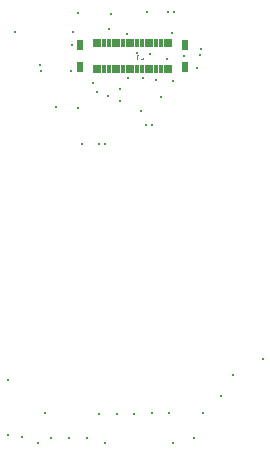
<source format=gbs>
G04*
G04 #@! TF.GenerationSoftware,Altium Limited,Altium Designer,22.10.1 (41)*
G04*
G04 Layer_Color=16711935*
%FSLAX25Y25*%
%MOIN*%
G70*
G04*
G04 #@! TF.SameCoordinates,B1027B8B-ED15-4388-B4B1-B9FDCE3A8B77*
G04*
G04*
G04 #@! TF.FilePolarity,Negative*
G04*
G01*
G75*
%ADD25C,0.00800*%
%ADD35R,0.02020X0.03753*%
%ADD36R,0.01800X0.02600*%
G36*
X98284Y142003D02*
X98314Y141958D01*
X98350Y141914D01*
X98383Y141875D01*
X98417Y141842D01*
X98442Y141814D01*
X98453Y141806D01*
X98461Y141798D01*
X98464Y141795D01*
X98466Y141792D01*
X98525Y141745D01*
X98583Y141701D01*
X98638Y141662D01*
X98694Y141632D01*
X98741Y141604D01*
X98760Y141593D01*
X98777Y141585D01*
X98791Y141576D01*
X98802Y141574D01*
X98807Y141568D01*
X98810D01*
Y141341D01*
X98769Y141357D01*
X98727Y141377D01*
X98685Y141396D01*
X98647Y141416D01*
X98613Y141432D01*
X98586Y141446D01*
X98569Y141457D01*
X98566Y141460D01*
X98563D01*
X98514Y141490D01*
X98469Y141521D01*
X98431Y141549D01*
X98400Y141574D01*
X98372Y141593D01*
X98356Y141610D01*
X98342Y141621D01*
X98339Y141623D01*
Y140125D01*
X98104D01*
Y142050D01*
X98256D01*
X98284Y142003D01*
D02*
G37*
G36*
X99563Y140720D02*
Y140662D01*
X99569Y140612D01*
X99572Y140571D01*
X99577Y140538D01*
X99583Y140513D01*
X99586Y140493D01*
X99591Y140482D01*
Y140479D01*
X99602Y140452D01*
X99616Y140429D01*
X99633Y140410D01*
X99647Y140391D01*
X99663Y140380D01*
X99674Y140368D01*
X99683Y140363D01*
X99685Y140360D01*
X99713Y140346D01*
X99741Y140335D01*
X99768Y140330D01*
X99793Y140324D01*
X99818Y140321D01*
X99835Y140319D01*
X99852D01*
X99896Y140321D01*
X99937Y140332D01*
X99971Y140344D01*
X100001Y140360D01*
X100023Y140374D01*
X100040Y140388D01*
X100051Y140396D01*
X100054Y140399D01*
X100068Y140416D01*
X100079Y140435D01*
X100095Y140479D01*
X100112Y140529D01*
X100120Y140579D01*
X100128Y140626D01*
Y140646D01*
X100131Y140662D01*
X100134Y140679D01*
Y140690D01*
Y140695D01*
Y140698D01*
X100364Y140665D01*
Y140612D01*
X100361Y140565D01*
X100353Y140518D01*
X100347Y140477D01*
X100336Y140438D01*
X100325Y140404D01*
X100314Y140371D01*
X100303Y140344D01*
X100289Y140319D01*
X100278Y140296D01*
X100267Y140277D01*
X100256Y140263D01*
X100248Y140252D01*
X100242Y140241D01*
X100239Y140238D01*
X100237Y140235D01*
X100209Y140211D01*
X100181Y140188D01*
X100151Y140169D01*
X100118Y140152D01*
X100054Y140128D01*
X99993Y140111D01*
X99935Y140100D01*
X99913Y140097D01*
X99890Y140094D01*
X99874Y140092D01*
X99849D01*
X99788Y140094D01*
X99732Y140103D01*
X99683Y140114D01*
X99638Y140128D01*
X99602Y140139D01*
X99577Y140150D01*
X99561Y140158D01*
X99555Y140161D01*
X99511Y140188D01*
X99472Y140222D01*
X99442Y140255D01*
X99414Y140285D01*
X99395Y140316D01*
X99381Y140338D01*
X99372Y140355D01*
X99370Y140357D01*
Y140360D01*
X99350Y140416D01*
X99334Y140474D01*
X99322Y140538D01*
X99317Y140598D01*
X99311Y140651D01*
Y140673D01*
X99309Y140695D01*
Y140712D01*
Y140723D01*
Y140731D01*
Y140734D01*
Y142042D01*
X99563D01*
Y140720D01*
D02*
G37*
D25*
X55000Y33600D02*
D03*
X109700Y149200D02*
D03*
X113900Y141600D02*
D03*
X119500Y143900D02*
D03*
X94700Y148809D02*
D03*
X76700Y149600D02*
D03*
X71200Y124400D02*
D03*
X84700Y129500D02*
D03*
X83500Y132500D02*
D03*
X95000Y134200D02*
D03*
X78600Y155900D02*
D03*
X85300Y22000D02*
D03*
X91300Y22200D02*
D03*
X101400Y156200D02*
D03*
X119233Y141733D02*
D03*
X126000Y28000D02*
D03*
X101100Y118500D02*
D03*
X103000D02*
D03*
X89500Y155500D02*
D03*
X88700Y150400D02*
D03*
X108000Y140500D02*
D03*
X78500Y124000D02*
D03*
X110500Y156000D02*
D03*
X108600D02*
D03*
X76000Y136500D02*
D03*
X99500Y123000D02*
D03*
X92500Y126500D02*
D03*
Y130500D02*
D03*
X118000Y137500D02*
D03*
X110000Y133000D02*
D03*
X104500Y133500D02*
D03*
X100000Y134000D02*
D03*
X102500Y142000D02*
D03*
X98000Y142500D02*
D03*
X76500Y145000D02*
D03*
X140000Y40500D02*
D03*
X79800Y112100D02*
D03*
X130000Y35000D02*
D03*
X55000Y15000D02*
D03*
X65000Y12500D02*
D03*
X67500Y22500D02*
D03*
X87500Y12500D02*
D03*
X120000Y22500D02*
D03*
X110000Y12500D02*
D03*
X57600Y149400D02*
D03*
X106200Y127700D02*
D03*
X117000Y14100D02*
D03*
X108900Y22500D02*
D03*
X103000D02*
D03*
X97200Y22300D02*
D03*
X81500Y14100D02*
D03*
X75500Y14000D02*
D03*
X69600D02*
D03*
X59800Y14500D02*
D03*
X65700Y138600D02*
D03*
X65967Y136433D02*
D03*
X88500Y128200D02*
D03*
X87500Y112100D02*
D03*
X85600D02*
D03*
D35*
X113964Y137849D02*
D03*
Y145133D02*
D03*
X79236D02*
D03*
Y137849D02*
D03*
D36*
X109200Y145783D02*
D03*
X107625D02*
D03*
X106050D02*
D03*
X104475D02*
D03*
X102900D02*
D03*
X101325D02*
D03*
X99750D02*
D03*
X98175D02*
D03*
X96600D02*
D03*
X95025D02*
D03*
X93450D02*
D03*
X91875D02*
D03*
X90300D02*
D03*
X88725D02*
D03*
X87150D02*
D03*
X85575D02*
D03*
X84000D02*
D03*
Y137200D02*
D03*
X85575D02*
D03*
X87150D02*
D03*
X88725D02*
D03*
X90300D02*
D03*
X91875D02*
D03*
X93450D02*
D03*
X95025D02*
D03*
X96600D02*
D03*
X98175D02*
D03*
X99750D02*
D03*
X101325D02*
D03*
X102900D02*
D03*
X104475D02*
D03*
X106050D02*
D03*
X107625D02*
D03*
X109200D02*
D03*
M02*

</source>
